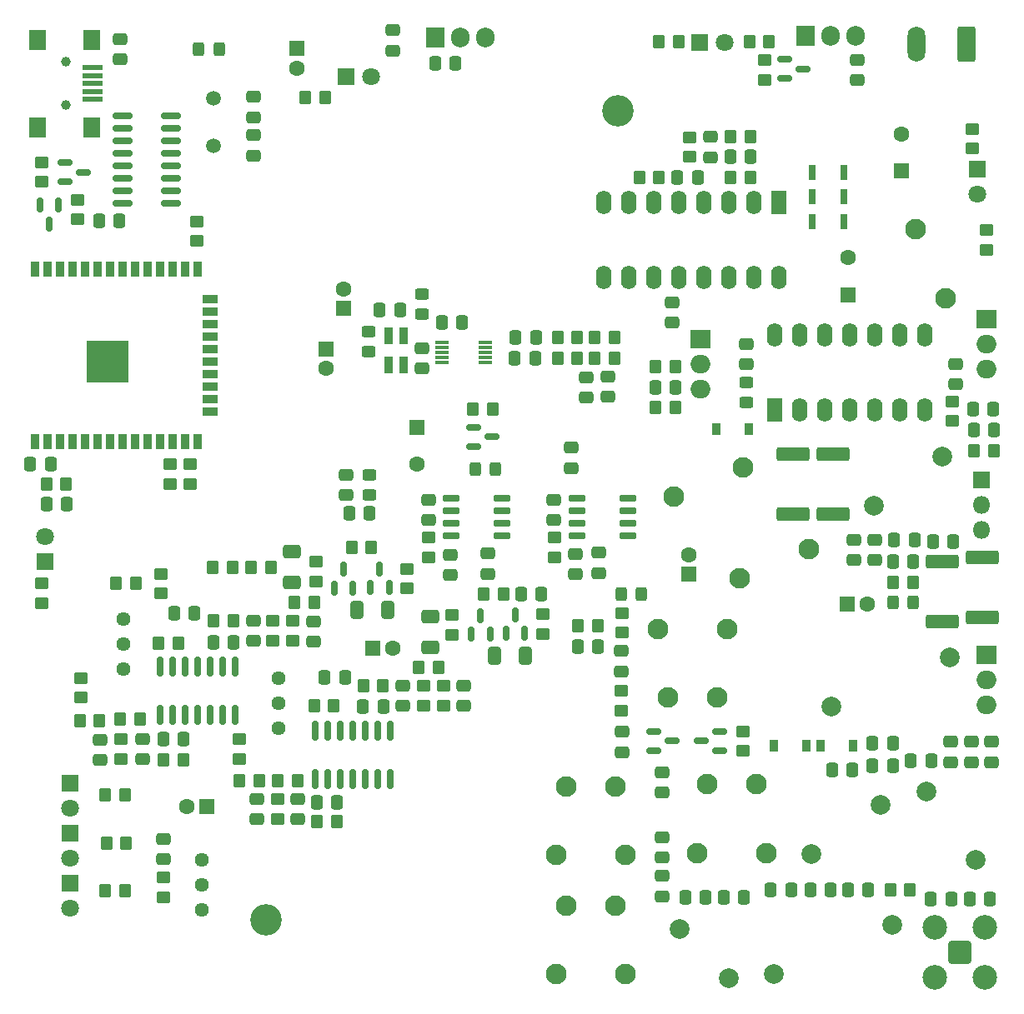
<source format=gbr>
%TF.GenerationSoftware,KiCad,Pcbnew,(6.0.9)*%
%TF.CreationDate,2022-12-04T18:18:59+03:00*%
%TF.ProjectId,communicator_27mhz,636f6d6d-756e-4696-9361-746f725f3237,beta 2.3*%
%TF.SameCoordinates,Original*%
%TF.FileFunction,Soldermask,Top*%
%TF.FilePolarity,Negative*%
%FSLAX46Y46*%
G04 Gerber Fmt 4.6, Leading zero omitted, Abs format (unit mm)*
G04 Created by KiCad (PCBNEW (6.0.9)) date 2022-12-04 18:18:59*
%MOMM*%
%LPD*%
G01*
G04 APERTURE LIST*
G04 Aperture macros list*
%AMRoundRect*
0 Rectangle with rounded corners*
0 $1 Rounding radius*
0 $2 $3 $4 $5 $6 $7 $8 $9 X,Y pos of 4 corners*
0 Add a 4 corners polygon primitive as box body*
4,1,4,$2,$3,$4,$5,$6,$7,$8,$9,$2,$3,0*
0 Add four circle primitives for the rounded corners*
1,1,$1+$1,$2,$3*
1,1,$1+$1,$4,$5*
1,1,$1+$1,$6,$7*
1,1,$1+$1,$8,$9*
0 Add four rect primitives between the rounded corners*
20,1,$1+$1,$2,$3,$4,$5,0*
20,1,$1+$1,$4,$5,$6,$7,0*
20,1,$1+$1,$6,$7,$8,$9,0*
20,1,$1+$1,$8,$9,$2,$3,0*%
G04 Aperture macros list end*
%ADD10RoundRect,0.250000X-0.450000X0.350000X-0.450000X-0.350000X0.450000X-0.350000X0.450000X0.350000X0*%
%ADD11RoundRect,0.250000X-0.475000X0.337500X-0.475000X-0.337500X0.475000X-0.337500X0.475000X0.337500X0*%
%ADD12RoundRect,0.249999X-1.425001X0.450001X-1.425001X-0.450001X1.425001X-0.450001X1.425001X0.450001X0*%
%ADD13R,0.900000X1.200000*%
%ADD14RoundRect,0.250000X0.475000X-0.337500X0.475000X0.337500X-0.475000X0.337500X-0.475000X-0.337500X0*%
%ADD15C,2.100000*%
%ADD16RoundRect,0.250000X0.350000X0.450000X-0.350000X0.450000X-0.350000X-0.450000X0.350000X-0.450000X0*%
%ADD17RoundRect,0.250000X0.337500X0.475000X-0.337500X0.475000X-0.337500X-0.475000X0.337500X-0.475000X0*%
%ADD18RoundRect,0.250000X-0.450000X0.325000X-0.450000X-0.325000X0.450000X-0.325000X0.450000X0.325000X0*%
%ADD19RoundRect,0.250000X-0.350000X-0.450000X0.350000X-0.450000X0.350000X0.450000X-0.350000X0.450000X0*%
%ADD20RoundRect,0.250000X-0.337500X-0.475000X0.337500X-0.475000X0.337500X0.475000X-0.337500X0.475000X0*%
%ADD21R,2.000000X1.905000*%
%ADD22O,2.000000X1.905000*%
%ADD23RoundRect,0.250000X0.412500X0.650000X-0.412500X0.650000X-0.412500X-0.650000X0.412500X-0.650000X0*%
%ADD24RoundRect,0.250000X0.450000X-0.350000X0.450000X0.350000X-0.450000X0.350000X-0.450000X-0.350000X0*%
%ADD25R,1.905000X2.000000*%
%ADD26O,1.905000X2.000000*%
%ADD27R,1.600000X1.600000*%
%ADD28C,1.600000*%
%ADD29RoundRect,0.150000X0.150000X-0.587500X0.150000X0.587500X-0.150000X0.587500X-0.150000X-0.587500X0*%
%ADD30C,1.500000*%
%ADD31C,3.200000*%
%ADD32RoundRect,0.200100X-0.949900X0.949900X-0.949900X-0.949900X0.949900X-0.949900X0.949900X0.949900X0*%
%ADD33C,2.500000*%
%ADD34R,1.400000X0.300000*%
%ADD35RoundRect,0.250000X-0.325000X-0.450000X0.325000X-0.450000X0.325000X0.450000X-0.325000X0.450000X0*%
%ADD36RoundRect,0.150000X-0.150000X0.587500X-0.150000X-0.587500X0.150000X-0.587500X0.150000X0.587500X0*%
%ADD37C,2.000000*%
%ADD38C,1.000000*%
%ADD39R,2.000000X0.500000*%
%ADD40R,1.700000X2.000000*%
%ADD41R,0.800000X1.500000*%
%ADD42RoundRect,0.250000X0.650000X1.550000X-0.650000X1.550000X-0.650000X-1.550000X0.650000X-1.550000X0*%
%ADD43O,1.800000X3.600000*%
%ADD44RoundRect,0.250000X-0.650000X0.412500X-0.650000X-0.412500X0.650000X-0.412500X0.650000X0.412500X0*%
%ADD45R,1.800000X1.800000*%
%ADD46C,1.800000*%
%ADD47R,0.900000X1.750000*%
%ADD48RoundRect,0.150000X-0.587500X-0.150000X0.587500X-0.150000X0.587500X0.150000X-0.587500X0.150000X0*%
%ADD49C,1.440000*%
%ADD50RoundRect,0.150000X-0.150000X0.825000X-0.150000X-0.825000X0.150000X-0.825000X0.150000X0.825000X0*%
%ADD51O,1.800000X1.800000*%
%ADD52RoundRect,0.250000X0.450000X-0.325000X0.450000X0.325000X-0.450000X0.325000X-0.450000X-0.325000X0*%
%ADD53RoundRect,0.249999X1.425001X-0.450001X1.425001X0.450001X-1.425001X0.450001X-1.425001X-0.450001X0*%
%ADD54R,1.600000X2.400000*%
%ADD55O,1.600000X2.400000*%
%ADD56RoundRect,0.150000X-0.725000X-0.150000X0.725000X-0.150000X0.725000X0.150000X-0.725000X0.150000X0*%
%ADD57RoundRect,0.150000X0.825000X0.150000X-0.825000X0.150000X-0.825000X-0.150000X0.825000X-0.150000X0*%
%ADD58RoundRect,0.250000X0.325000X0.450000X-0.325000X0.450000X-0.325000X-0.450000X0.325000X-0.450000X0*%
%ADD59RoundRect,0.150000X0.587500X0.150000X-0.587500X0.150000X-0.587500X-0.150000X0.587500X-0.150000X0*%
%ADD60R,0.900000X1.500000*%
%ADD61R,1.500000X0.900000*%
%ADD62C,0.475000*%
%ADD63R,4.200000X4.200000*%
G04 APERTURE END LIST*
D10*
%TO.C,R27*%
X56100000Y-165500000D03*
X56100000Y-167500000D03*
%TD*%
D11*
%TO.C,C48*%
X114600000Y-139162500D03*
X114600000Y-141237500D03*
%TD*%
D12*
%TO.C,R59*%
X123600000Y-141350000D03*
X123600000Y-147450000D03*
%TD*%
D13*
%TO.C,D9*%
X114550000Y-160100000D03*
X111250000Y-160100000D03*
%TD*%
D14*
%TO.C,C38*%
X44500000Y-171637500D03*
X44500000Y-169562500D03*
%TD*%
%TO.C,C5*%
X67800000Y-89437500D03*
X67800000Y-87362500D03*
%TD*%
D15*
%TO.C,L7*%
X91400000Y-171200000D03*
X90400000Y-164200000D03*
X85400000Y-164200000D03*
X84400000Y-171200000D03*
%TD*%
D16*
%TO.C,R41*%
X94800000Y-102300000D03*
X92800000Y-102300000D03*
%TD*%
D15*
%TO.C,L15*%
X103000000Y-143100000D03*
X110000000Y-140100000D03*
%TD*%
D17*
%TO.C,C59*%
X120637500Y-141400000D03*
X118562500Y-141400000D03*
%TD*%
D18*
%TO.C,L21*%
X70700000Y-114175000D03*
X70700000Y-116225000D03*
%TD*%
D19*
%TO.C,R39*%
X102100000Y-102300000D03*
X104100000Y-102300000D03*
%TD*%
D11*
%TO.C,C46*%
X68800000Y-153962500D03*
X68800000Y-156037500D03*
%TD*%
D20*
%TO.C,C27*%
X80162500Y-120700000D03*
X82237500Y-120700000D03*
%TD*%
D17*
%TO.C,C89*%
X68537500Y-115800000D03*
X66462500Y-115800000D03*
%TD*%
D19*
%TO.C,R34*%
X94455000Y-121537500D03*
X96455000Y-121537500D03*
%TD*%
D21*
%TO.C,Q13*%
X128055000Y-116760000D03*
D22*
X128055000Y-119300000D03*
X128055000Y-121840000D03*
%TD*%
D14*
%TO.C,C28*%
X89600000Y-124637500D03*
X89600000Y-122562500D03*
%TD*%
D17*
%TO.C,C20*%
X74837500Y-117100000D03*
X72762500Y-117100000D03*
%TD*%
%TO.C,C10*%
X47637500Y-146600000D03*
X45562500Y-146600000D03*
%TD*%
D23*
%TO.C,C56*%
X67262500Y-146300000D03*
X64137500Y-146300000D03*
%TD*%
D24*
%TO.C,R68*%
X52200000Y-161400000D03*
X52200000Y-159400000D03*
%TD*%
D17*
%TO.C,C9*%
X33037500Y-131500000D03*
X30962500Y-131500000D03*
%TD*%
D25*
%TO.C,Q2*%
X109660000Y-87945000D03*
D26*
X112200000Y-87945000D03*
X114740000Y-87945000D03*
%TD*%
D14*
%TO.C,C33*%
X58100000Y-167537500D03*
X58100000Y-165462500D03*
%TD*%
D27*
%TO.C,C7*%
X65744888Y-150200000D03*
D28*
X67744888Y-150200000D03*
%TD*%
D29*
%TO.C,Q11*%
X65500000Y-144000000D03*
X67400000Y-144000000D03*
X66450000Y-142125000D03*
%TD*%
D24*
%TO.C,R13*%
X32100000Y-102800000D03*
X32100000Y-100800000D03*
%TD*%
D30*
%TO.C,Y1*%
X49600000Y-99150000D03*
X49600000Y-94270000D03*
%TD*%
D20*
%TO.C,C16*%
X37962500Y-106700000D03*
X40037500Y-106700000D03*
%TD*%
D27*
%TO.C,C65*%
X114000000Y-114302651D03*
D28*
X114000000Y-110502651D03*
%TD*%
D31*
%TO.C,H2*%
X90600000Y-95600000D03*
%TD*%
D32*
%TO.C,J4*%
X125350000Y-181100000D03*
D33*
X122810000Y-183640000D03*
X127890000Y-183640000D03*
X127890000Y-178560000D03*
X122810000Y-178560000D03*
%TD*%
D34*
%TO.C,U8*%
X72800000Y-119100000D03*
X72800000Y-119600000D03*
X72800000Y-120100000D03*
X72800000Y-120600000D03*
X72800000Y-121100000D03*
X77200000Y-121100000D03*
X77200000Y-120600000D03*
X77200000Y-120100000D03*
X77200000Y-119600000D03*
X77200000Y-119100000D03*
%TD*%
D11*
%TO.C,C41*%
X116700000Y-139162500D03*
X116700000Y-141237500D03*
%TD*%
D17*
%TO.C,C84*%
X88637500Y-150000000D03*
X86562500Y-150000000D03*
%TD*%
D35*
%TO.C,L2*%
X48075000Y-89300000D03*
X50125000Y-89300000D03*
%TD*%
D16*
%TO.C,R37*%
X128800000Y-130100000D03*
X126800000Y-130100000D03*
%TD*%
D14*
%TO.C,C79*%
X88700000Y-142537500D03*
X88700000Y-140462500D03*
%TD*%
D11*
%TO.C,C66*%
X124400000Y-159662500D03*
X124400000Y-161737500D03*
%TD*%
D27*
%TO.C,C2*%
X58000000Y-89244888D03*
D28*
X58000000Y-91244888D03*
%TD*%
D36*
%TO.C,Q6*%
X33850000Y-105162500D03*
X31950000Y-105162500D03*
X32900000Y-107037500D03*
%TD*%
D11*
%TO.C,C29*%
X87400000Y-122625000D03*
X87400000Y-124700000D03*
%TD*%
D24*
%TO.C,R17*%
X126600000Y-99400000D03*
X126600000Y-97400000D03*
%TD*%
D10*
%TO.C,R12*%
X35800000Y-104600000D03*
X35800000Y-106600000D03*
%TD*%
D24*
%TO.C,R10*%
X97900000Y-100262500D03*
X97900000Y-98262500D03*
%TD*%
D37*
%TO.C,L5*%
X116600000Y-135700000D03*
X123600000Y-130700000D03*
%TD*%
D20*
%TO.C,C40*%
X126762500Y-128000000D03*
X128837500Y-128000000D03*
%TD*%
D38*
%TO.C,J2*%
X34575000Y-95000000D03*
X34575000Y-90600000D03*
D39*
X37275000Y-91200000D03*
X37275000Y-92000000D03*
X37275000Y-92800000D03*
X37275000Y-93600000D03*
X37275000Y-94400000D03*
D40*
X37175000Y-88350000D03*
X37175000Y-97250000D03*
X31725000Y-88350000D03*
X31725000Y-97250000D03*
%TD*%
D17*
%TO.C,C47*%
X98737500Y-102300000D03*
X96662500Y-102300000D03*
%TD*%
D16*
%TO.C,R9*%
X77900000Y-125900000D03*
X75900000Y-125900000D03*
%TD*%
D19*
%TO.C,R3*%
X104000000Y-88500000D03*
X106000000Y-88500000D03*
%TD*%
D41*
%TO.C,Q3*%
X113600000Y-106800000D03*
X113600000Y-104300000D03*
X113600000Y-101800000D03*
%TD*%
D19*
%TO.C,R30*%
X44000000Y-149700000D03*
X46000000Y-149700000D03*
%TD*%
D27*
%TO.C,C12*%
X119400000Y-101700000D03*
D28*
X119400000Y-97900000D03*
%TD*%
D42*
%TO.C,J1*%
X125985000Y-88832500D03*
D43*
X120905000Y-88832500D03*
%TD*%
D20*
%TO.C,C72*%
X120362500Y-161600000D03*
X122437500Y-161600000D03*
%TD*%
D16*
%TO.C,R14*%
X60900000Y-94200000D03*
X58900000Y-94200000D03*
%TD*%
D11*
%TO.C,C17*%
X53600000Y-94162500D03*
X53600000Y-96237500D03*
%TD*%
D19*
%TO.C,R70*%
X39700000Y-143600000D03*
X41700000Y-143600000D03*
%TD*%
D15*
%TO.C,L13*%
X105700000Y-171000000D03*
X104700000Y-164000000D03*
X99700000Y-164000000D03*
X98700000Y-171000000D03*
%TD*%
D16*
%TO.C,R20*%
X86500000Y-120700000D03*
X84500000Y-120700000D03*
%TD*%
D17*
%TO.C,C87*%
X124500000Y-175700000D03*
X122425000Y-175700000D03*
%TD*%
D16*
%TO.C,R29*%
X58100000Y-163600000D03*
X56100000Y-163600000D03*
%TD*%
D44*
%TO.C,C51*%
X57500000Y-140337500D03*
X57500000Y-143462500D03*
%TD*%
D45*
%TO.C,D7*%
X127100000Y-101525000D03*
D46*
X127100000Y-104065000D03*
%TD*%
D14*
%TO.C,C50*%
X75000000Y-156037500D03*
X75000000Y-153962500D03*
%TD*%
D11*
%TO.C,C69*%
X124900000Y-121262500D03*
X124900000Y-123337500D03*
%TD*%
D16*
%TO.C,R19*%
X90300000Y-118600000D03*
X88300000Y-118600000D03*
%TD*%
D10*
%TO.C,R60*%
X71400000Y-138925000D03*
X71400000Y-140925000D03*
%TD*%
D20*
%TO.C,C82*%
X110162500Y-174700000D03*
X112237500Y-174700000D03*
%TD*%
%TO.C,C83*%
X113962500Y-174700000D03*
X116037500Y-174700000D03*
%TD*%
D14*
%TO.C,C78*%
X77400000Y-142637500D03*
X77400000Y-140562500D03*
%TD*%
D47*
%TO.C,X1*%
X67325000Y-118450000D03*
X67325000Y-121350000D03*
X68875000Y-121350000D03*
X68875000Y-118450000D03*
%TD*%
D11*
%TO.C,C55*%
X95100000Y-162762500D03*
X95100000Y-164837500D03*
%TD*%
D25*
%TO.C,U1*%
X72060000Y-88145000D03*
D26*
X74600000Y-88145000D03*
X77140000Y-88145000D03*
%TD*%
D20*
%TO.C,C77*%
X106162500Y-174700000D03*
X108237500Y-174700000D03*
%TD*%
D16*
%TO.C,R5*%
X40600000Y-174800000D03*
X38600000Y-174800000D03*
%TD*%
D37*
%TO.C,L18*%
X106500000Y-183300000D03*
X118500000Y-178300000D03*
%TD*%
D48*
%TO.C,Q5*%
X75962500Y-127750000D03*
X75962500Y-129650000D03*
X77837500Y-128700000D03*
%TD*%
D17*
%TO.C,C75*%
X103437500Y-175500000D03*
X101362500Y-175500000D03*
%TD*%
D49*
%TO.C,RV4*%
X48400000Y-171700000D03*
X48400000Y-174240000D03*
X48400000Y-176780000D03*
%TD*%
D11*
%TO.C,C25*%
X100000000Y-98225000D03*
X100000000Y-100300000D03*
%TD*%
D35*
%TO.C,L12*%
X76175000Y-132000000D03*
X78225000Y-132000000D03*
%TD*%
D11*
%TO.C,C80*%
X71400000Y-135062500D03*
X71400000Y-137137500D03*
%TD*%
D16*
%TO.C,R33*%
X96455000Y-125737500D03*
X94455000Y-125737500D03*
%TD*%
D18*
%TO.C,L1*%
X65400000Y-132575000D03*
X65400000Y-134625000D03*
%TD*%
D15*
%TO.C,L8*%
X123900000Y-114600000D03*
X120900000Y-107600000D03*
%TD*%
D10*
%TO.C,R57*%
X128100000Y-107700000D03*
X128100000Y-109700000D03*
%TD*%
D14*
%TO.C,C88*%
X91100000Y-160737500D03*
X91100000Y-158662500D03*
%TD*%
D16*
%TO.C,R50*%
X65600000Y-139900000D03*
X63600000Y-139900000D03*
%TD*%
D11*
%TO.C,C81*%
X84100000Y-135062500D03*
X84100000Y-137137500D03*
%TD*%
D14*
%TO.C,C60*%
X95100000Y-171437500D03*
X95100000Y-169362500D03*
%TD*%
D19*
%TO.C,R36*%
X102100000Y-98200000D03*
X104100000Y-98200000D03*
%TD*%
D13*
%TO.C,D10*%
X109750000Y-160100000D03*
X106450000Y-160100000D03*
%TD*%
D16*
%TO.C,R40*%
X66800000Y-154000000D03*
X64800000Y-154000000D03*
%TD*%
D19*
%TO.C,R25*%
X60100000Y-167800000D03*
X62100000Y-167800000D03*
%TD*%
%TO.C,R23*%
X52200000Y-163600000D03*
X54200000Y-163600000D03*
%TD*%
D31*
%TO.C,H1*%
X54900000Y-177800000D03*
%TD*%
D10*
%TO.C,R8*%
X47200000Y-131500000D03*
X47200000Y-133500000D03*
%TD*%
D20*
%TO.C,C44*%
X64762500Y-156100000D03*
X66837500Y-156100000D03*
%TD*%
%TO.C,C42*%
X49562500Y-149600000D03*
X51637500Y-149600000D03*
%TD*%
D50*
%TO.C,U3*%
X51810000Y-152025000D03*
X50540000Y-152025000D03*
X49270000Y-152025000D03*
X48000000Y-152025000D03*
X46730000Y-152025000D03*
X45460000Y-152025000D03*
X44190000Y-152025000D03*
X44190000Y-156975000D03*
X45460000Y-156975000D03*
X46730000Y-156975000D03*
X48000000Y-156975000D03*
X49270000Y-156975000D03*
X50540000Y-156975000D03*
X51810000Y-156975000D03*
%TD*%
D15*
%TO.C,L11*%
X96300000Y-134800000D03*
X103300000Y-131800000D03*
%TD*%
D20*
%TO.C,C26*%
X80225000Y-118600000D03*
X82300000Y-118600000D03*
%TD*%
D11*
%TO.C,C45*%
X53600000Y-147362500D03*
X53600000Y-149437500D03*
%TD*%
D17*
%TO.C,C54*%
X124700000Y-139300000D03*
X122625000Y-139300000D03*
%TD*%
D10*
%TO.C,R53*%
X73800000Y-146800000D03*
X73800000Y-148800000D03*
%TD*%
D16*
%TO.C,R18*%
X86500000Y-118600000D03*
X84500000Y-118600000D03*
%TD*%
D10*
%TO.C,R35*%
X44500000Y-173500000D03*
X44500000Y-175500000D03*
%TD*%
D48*
%TO.C,Q1*%
X107562500Y-90350000D03*
X107562500Y-92250000D03*
X109437500Y-91300000D03*
%TD*%
D29*
%TO.C,Q10*%
X75750000Y-148737500D03*
X77650000Y-148737500D03*
X76700000Y-146862500D03*
%TD*%
D45*
%TO.C,D1*%
X35000000Y-163925000D03*
D46*
X35000000Y-166465000D03*
%TD*%
D17*
%TO.C,C22*%
X82875000Y-144700000D03*
X80800000Y-144700000D03*
%TD*%
D20*
%TO.C,C39*%
X126662500Y-125900000D03*
X128737500Y-125900000D03*
%TD*%
D16*
%TO.C,R54*%
X120600000Y-143500000D03*
X118600000Y-143500000D03*
%TD*%
D41*
%TO.C,Q4*%
X110400000Y-106800000D03*
X110400000Y-104300000D03*
X110400000Y-101800000D03*
%TD*%
D45*
%TO.C,Q8*%
X127525000Y-133060000D03*
D51*
X127525000Y-135600000D03*
X127525000Y-138140000D03*
%TD*%
D45*
%TO.C,D5*%
X32500000Y-141375000D03*
D46*
X32500000Y-138835000D03*
%TD*%
D24*
%TO.C,R11*%
X47900000Y-108800000D03*
X47900000Y-106800000D03*
%TD*%
D19*
%TO.C,R31*%
X59800000Y-156000000D03*
X61800000Y-156000000D03*
%TD*%
%TO.C,R72*%
X49500000Y-142000000D03*
X51500000Y-142000000D03*
%TD*%
D10*
%TO.C,R2*%
X105500000Y-90400000D03*
X105500000Y-92400000D03*
%TD*%
D27*
%TO.C,C19*%
X70200000Y-127697349D03*
D28*
X70200000Y-131497349D03*
%TD*%
D52*
%TO.C,L3*%
X65300000Y-120025000D03*
X65300000Y-117975000D03*
%TD*%
D19*
%TO.C,R4*%
X38700000Y-170000000D03*
X40700000Y-170000000D03*
%TD*%
D11*
%TO.C,C62*%
X73600000Y-140687500D03*
X73600000Y-142762500D03*
%TD*%
D27*
%TO.C,C61*%
X113944888Y-145700000D03*
D28*
X115944888Y-145700000D03*
%TD*%
D17*
%TO.C,C73*%
X114437500Y-162500000D03*
X112362500Y-162500000D03*
%TD*%
D10*
%TO.C,R65*%
X91000000Y-154500000D03*
X91000000Y-156500000D03*
%TD*%
D27*
%TO.C,C36*%
X48900000Y-166300000D03*
D28*
X46900000Y-166300000D03*
%TD*%
D14*
%TO.C,C24*%
X70700000Y-121737500D03*
X70700000Y-119662500D03*
%TD*%
%TO.C,C67*%
X85900000Y-131875000D03*
X85900000Y-129800000D03*
%TD*%
D19*
%TO.C,R1*%
X32600000Y-133500000D03*
X34600000Y-133500000D03*
%TD*%
D14*
%TO.C,C23*%
X103655000Y-121337500D03*
X103655000Y-119262500D03*
%TD*%
D24*
%TO.C,R55*%
X69200000Y-144100000D03*
X69200000Y-142100000D03*
%TD*%
D37*
%TO.C,L9*%
X112300000Y-156100000D03*
X124300000Y-151100000D03*
%TD*%
D45*
%TO.C,D4*%
X63025000Y-92100000D03*
D46*
X65565000Y-92100000D03*
%TD*%
D10*
%TO.C,R67*%
X36100000Y-153200000D03*
X36100000Y-155200000D03*
%TD*%
D16*
%TO.C,R51*%
X79000000Y-144700000D03*
X77000000Y-144700000D03*
%TD*%
D53*
%TO.C,R58*%
X127600000Y-147050000D03*
X127600000Y-140950000D03*
%TD*%
D17*
%TO.C,C4*%
X65437500Y-136500000D03*
X63362500Y-136500000D03*
%TD*%
D54*
%TO.C,U9*%
X107000000Y-104900000D03*
D55*
X104460000Y-104900000D03*
X101920000Y-104900000D03*
X99380000Y-104900000D03*
X96840000Y-104900000D03*
X94300000Y-104900000D03*
X91760000Y-104900000D03*
X89220000Y-104900000D03*
X89220000Y-112520000D03*
X91760000Y-112520000D03*
X94300000Y-112520000D03*
X96840000Y-112520000D03*
X99380000Y-112520000D03*
X101920000Y-112520000D03*
X104460000Y-112520000D03*
X107000000Y-112520000D03*
%TD*%
D10*
%TO.C,R52*%
X60000000Y-141400000D03*
X60000000Y-143400000D03*
%TD*%
D15*
%TO.C,L10*%
X91400000Y-183300000D03*
X90400000Y-176300000D03*
X85400000Y-176300000D03*
X84400000Y-183300000D03*
%TD*%
D56*
%TO.C,U11*%
X86525000Y-134895000D03*
X86525000Y-136165000D03*
X86525000Y-137435000D03*
X86525000Y-138705000D03*
X91675000Y-138705000D03*
X91675000Y-137435000D03*
X91675000Y-136165000D03*
X91675000Y-134895000D03*
%TD*%
D16*
%TO.C,R28*%
X42100000Y-157400000D03*
X40100000Y-157400000D03*
%TD*%
D17*
%TO.C,C76*%
X99537500Y-175500000D03*
X97462500Y-175500000D03*
%TD*%
D57*
%TO.C,U5*%
X45275000Y-104945000D03*
X45275000Y-103675000D03*
X45275000Y-102405000D03*
X45275000Y-101135000D03*
X45275000Y-99865000D03*
X45275000Y-98595000D03*
X45275000Y-97325000D03*
X45275000Y-96055000D03*
X40325000Y-96055000D03*
X40325000Y-97325000D03*
X40325000Y-98595000D03*
X40325000Y-99865000D03*
X40325000Y-101135000D03*
X40325000Y-102405000D03*
X40325000Y-103675000D03*
X40325000Y-104945000D03*
%TD*%
D17*
%TO.C,C30*%
X46537500Y-159400000D03*
X44462500Y-159400000D03*
%TD*%
D14*
%TO.C,C49*%
X59700000Y-149537500D03*
X59700000Y-147462500D03*
%TD*%
D16*
%TO.C,R21*%
X90300000Y-120700000D03*
X88300000Y-120700000D03*
%TD*%
D10*
%TO.C,R15*%
X32100000Y-143600000D03*
X32100000Y-145600000D03*
%TD*%
%TO.C,R26*%
X40200000Y-159400000D03*
X40200000Y-161400000D03*
%TD*%
D48*
%TO.C,Q15*%
X94262500Y-158650000D03*
X94262500Y-160550000D03*
X96137500Y-159600000D03*
%TD*%
D29*
%TO.C,Q9*%
X61850000Y-144037500D03*
X63750000Y-144037500D03*
X62800000Y-142162500D03*
%TD*%
D23*
%TO.C,C57*%
X81262500Y-150900000D03*
X78137500Y-150900000D03*
%TD*%
D21*
%TO.C,U6*%
X99055000Y-118760000D03*
D22*
X99055000Y-121300000D03*
X99055000Y-123840000D03*
%TD*%
D14*
%TO.C,C8*%
X40100000Y-90337500D03*
X40100000Y-88262500D03*
%TD*%
D45*
%TO.C,D6*%
X98925000Y-88600000D03*
D46*
X101465000Y-88600000D03*
%TD*%
D17*
%TO.C,C14*%
X74137500Y-90700000D03*
X72062500Y-90700000D03*
%TD*%
%TO.C,C37*%
X96492500Y-123637500D03*
X94417500Y-123637500D03*
%TD*%
D56*
%TO.C,U10*%
X73725000Y-134895000D03*
X73725000Y-136165000D03*
X73725000Y-137435000D03*
X73725000Y-138705000D03*
X78875000Y-138705000D03*
X78875000Y-137435000D03*
X78875000Y-136165000D03*
X78875000Y-134895000D03*
%TD*%
D53*
%TO.C,R44*%
X112500000Y-136550000D03*
X112500000Y-130450000D03*
%TD*%
D11*
%TO.C,C18*%
X96155000Y-115000000D03*
X96155000Y-117075000D03*
%TD*%
D14*
%TO.C,C13*%
X53600000Y-100137500D03*
X53600000Y-98062500D03*
%TD*%
D11*
%TO.C,C34*%
X38100000Y-159462500D03*
X38100000Y-161537500D03*
%TD*%
D27*
%TO.C,C68*%
X97800000Y-142655112D03*
D28*
X97800000Y-140655112D03*
%TD*%
D37*
%TO.C,L14*%
X127000000Y-171700000D03*
X122000000Y-164700000D03*
%TD*%
D58*
%TO.C,L6*%
X120625000Y-145500000D03*
X118575000Y-145500000D03*
%TD*%
D44*
%TO.C,C52*%
X71600000Y-146937500D03*
X71600000Y-150062500D03*
%TD*%
D20*
%TO.C,C74*%
X116462500Y-162100000D03*
X118537500Y-162100000D03*
%TD*%
D19*
%TO.C,R47*%
X57800000Y-145500000D03*
X59800000Y-145500000D03*
%TD*%
D27*
%TO.C,C21*%
X62800000Y-115655113D03*
D28*
X62800000Y-113655113D03*
%TD*%
D10*
%TO.C,R69*%
X44200000Y-142600000D03*
X44200000Y-144600000D03*
%TD*%
D19*
%TO.C,R7*%
X38600000Y-165100000D03*
X40600000Y-165100000D03*
%TD*%
D11*
%TO.C,C63*%
X86300000Y-140587500D03*
X86300000Y-142662500D03*
%TD*%
D20*
%TO.C,C86*%
X126362500Y-175700000D03*
X128437500Y-175700000D03*
%TD*%
D37*
%TO.C,L16*%
X117300000Y-166100000D03*
X110300000Y-171100000D03*
%TD*%
D14*
%TO.C,C70*%
X128600000Y-161737500D03*
X128600000Y-159662500D03*
%TD*%
D16*
%TO.C,R16*%
X96800000Y-88500000D03*
X94800000Y-88500000D03*
%TD*%
D24*
%TO.C,R56*%
X83000000Y-148700000D03*
X83000000Y-146700000D03*
%TD*%
D19*
%TO.C,R22*%
X36000000Y-157500000D03*
X38000000Y-157500000D03*
%TD*%
%TO.C,R62*%
X86600000Y-147900000D03*
X88600000Y-147900000D03*
%TD*%
D48*
%TO.C,Q7*%
X34462500Y-100850000D03*
X34462500Y-102750000D03*
X36337500Y-101800000D03*
%TD*%
D17*
%TO.C,C43*%
X104137500Y-100200000D03*
X102062500Y-100200000D03*
%TD*%
%TO.C,C31*%
X62137500Y-165800000D03*
X60062500Y-165800000D03*
%TD*%
D11*
%TO.C,C1*%
X63000000Y-132562500D03*
X63000000Y-134637500D03*
%TD*%
D10*
%TO.C,R45*%
X57600000Y-147400000D03*
X57600000Y-149400000D03*
%TD*%
%TO.C,R6*%
X45200000Y-131500000D03*
X45200000Y-133500000D03*
%TD*%
D19*
%TO.C,R64*%
X118300000Y-174700000D03*
X120300000Y-174700000D03*
%TD*%
D10*
%TO.C,R32*%
X124600000Y-125100000D03*
X124600000Y-127100000D03*
%TD*%
D19*
%TO.C,R24*%
X44500000Y-161500000D03*
X46500000Y-161500000D03*
%TD*%
D45*
%TO.C,D3*%
X35000000Y-174025000D03*
D46*
X35000000Y-176565000D03*
%TD*%
D16*
%TO.C,R49*%
X72400000Y-152100000D03*
X70400000Y-152100000D03*
%TD*%
D14*
%TO.C,C71*%
X126500000Y-161737500D03*
X126500000Y-159662500D03*
%TD*%
D24*
%TO.C,R43*%
X70900000Y-156000000D03*
X70900000Y-154000000D03*
%TD*%
D10*
%TO.C,R63*%
X91100000Y-146600000D03*
X91100000Y-148600000D03*
%TD*%
D49*
%TO.C,RV2*%
X40400000Y-147200000D03*
X40400000Y-149740000D03*
X40400000Y-152280000D03*
%TD*%
D24*
%TO.C,R42*%
X55600000Y-149400000D03*
X55600000Y-147400000D03*
%TD*%
D14*
%TO.C,C64*%
X95100000Y-173325000D03*
X95100000Y-175400000D03*
%TD*%
D20*
%TO.C,C58*%
X116462500Y-159800000D03*
X118537500Y-159800000D03*
%TD*%
D12*
%TO.C,R48*%
X108400000Y-130450000D03*
X108400000Y-136550000D03*
%TD*%
D54*
%TO.C,U7*%
X106575000Y-126000000D03*
D55*
X109115000Y-126000000D03*
X111655000Y-126000000D03*
X114195000Y-126000000D03*
X116735000Y-126000000D03*
X119275000Y-126000000D03*
X121815000Y-126000000D03*
X121815000Y-118380000D03*
X119275000Y-118380000D03*
X116735000Y-118380000D03*
X114195000Y-118380000D03*
X111655000Y-118380000D03*
X109115000Y-118380000D03*
X106575000Y-118380000D03*
%TD*%
D49*
%TO.C,RV3*%
X56200000Y-153200000D03*
X56200000Y-155740000D03*
X56200000Y-158280000D03*
%TD*%
D13*
%TO.C,D8*%
X100650000Y-127900000D03*
X103950000Y-127900000D03*
%TD*%
D17*
%TO.C,C3*%
X34675000Y-135500000D03*
X32600000Y-135500000D03*
%TD*%
D35*
%TO.C,L19*%
X90975000Y-144700000D03*
X93025000Y-144700000D03*
%TD*%
D19*
%TO.C,R71*%
X53400000Y-142000000D03*
X55400000Y-142000000D03*
%TD*%
D11*
%TO.C,C6*%
X114900000Y-90362500D03*
X114900000Y-92437500D03*
%TD*%
D29*
%TO.C,Q12*%
X79250000Y-148637500D03*
X81150000Y-148637500D03*
X80200000Y-146762500D03*
%TD*%
D10*
%TO.C,R46*%
X72900000Y-154000000D03*
X72900000Y-156000000D03*
%TD*%
D17*
%TO.C,C53*%
X120737500Y-139200000D03*
X118662500Y-139200000D03*
%TD*%
D52*
%TO.C,L4*%
X103655000Y-125225000D03*
X103655000Y-123175000D03*
%TD*%
D59*
%TO.C,Q16*%
X100937500Y-160550000D03*
X100937500Y-158650000D03*
X99062500Y-159600000D03*
%TD*%
D27*
%TO.C,C11*%
X61000000Y-119744888D03*
D28*
X61000000Y-121744888D03*
%TD*%
D15*
%TO.C,L20*%
X94700000Y-148200000D03*
X95700000Y-155200000D03*
X100700000Y-155200000D03*
X101700000Y-148200000D03*
%TD*%
D14*
%TO.C,C32*%
X42400000Y-161437500D03*
X42400000Y-159362500D03*
%TD*%
D21*
%TO.C,Q14*%
X128055000Y-150860000D03*
D22*
X128055000Y-153400000D03*
X128055000Y-155940000D03*
%TD*%
D10*
%TO.C,R61*%
X84200000Y-138925000D03*
X84200000Y-140925000D03*
%TD*%
%TO.C,R66*%
X103300000Y-158600000D03*
X103300000Y-160600000D03*
%TD*%
D50*
%TO.C,U4*%
X67510000Y-158525000D03*
X66240000Y-158525000D03*
X64970000Y-158525000D03*
X63700000Y-158525000D03*
X62430000Y-158525000D03*
X61160000Y-158525000D03*
X59890000Y-158525000D03*
X59890000Y-163475000D03*
X61160000Y-163475000D03*
X62430000Y-163475000D03*
X63700000Y-163475000D03*
X64970000Y-163475000D03*
X66240000Y-163475000D03*
X67510000Y-163475000D03*
%TD*%
D11*
%TO.C,C85*%
X91000000Y-150462500D03*
X91000000Y-152537500D03*
%TD*%
D45*
%TO.C,D2*%
X35000000Y-169000000D03*
D46*
X35000000Y-171540000D03*
%TD*%
D16*
%TO.C,R38*%
X51600000Y-147400000D03*
X49600000Y-147400000D03*
%TD*%
D60*
%TO.C,U2*%
X31495000Y-129150000D03*
X32765000Y-129150000D03*
X34035000Y-129150000D03*
X35305000Y-129150000D03*
X36575000Y-129150000D03*
X37845000Y-129150000D03*
X39115000Y-129150000D03*
X40385000Y-129150000D03*
X41655000Y-129150000D03*
X42925000Y-129150000D03*
X44195000Y-129150000D03*
X45465000Y-129150000D03*
X46735000Y-129150000D03*
X48005000Y-129150000D03*
D61*
X49255000Y-126110000D03*
X49255000Y-124840000D03*
X49255000Y-123570000D03*
X49255000Y-122300000D03*
X49255000Y-121030000D03*
X49255000Y-119760000D03*
X49255000Y-118490000D03*
X49255000Y-117220000D03*
X49255000Y-115950000D03*
X49255000Y-114680000D03*
D60*
X48005000Y-111650000D03*
X46735000Y-111650000D03*
X45465000Y-111650000D03*
X44195000Y-111650000D03*
X42925000Y-111650000D03*
X41655000Y-111650000D03*
X40385000Y-111650000D03*
X39115000Y-111650000D03*
X37845000Y-111650000D03*
X36575000Y-111650000D03*
X35305000Y-111650000D03*
X34035000Y-111650000D03*
X32765000Y-111650000D03*
X31495000Y-111650000D03*
D62*
X40360000Y-121842500D03*
X37310000Y-120317500D03*
X38072500Y-121080000D03*
X39597500Y-119555000D03*
X38835000Y-121842500D03*
D63*
X38835000Y-121080000D03*
D62*
X39597500Y-121080000D03*
X37310000Y-121842500D03*
X38072500Y-119555000D03*
X39597500Y-122605000D03*
X38835000Y-120317500D03*
X40360000Y-120317500D03*
X38072500Y-122605000D03*
%TD*%
D37*
%TO.C,L17*%
X101900000Y-183700000D03*
X96900000Y-178700000D03*
%TD*%
D17*
%TO.C,C15*%
X62937500Y-153100000D03*
X60862500Y-153100000D03*
%TD*%
D11*
%TO.C,C35*%
X54000000Y-165462500D03*
X54000000Y-167537500D03*
%TD*%
M02*

</source>
